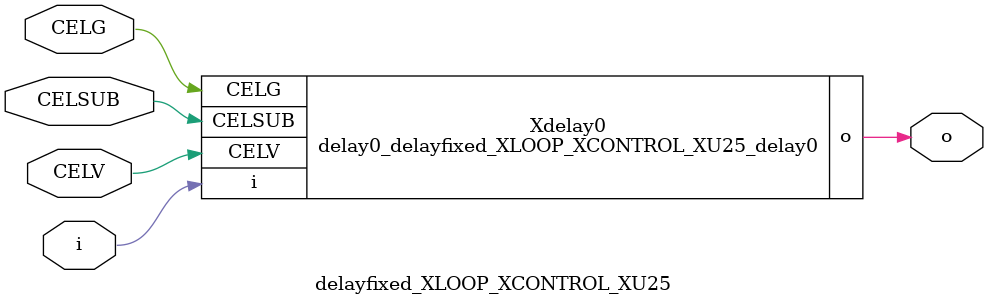
<source format=v>

module delay0_delayfixed_XLOOP_XCONTROL_XU25_delay0 (i, CELV, o,
CELG,CELSUB);
input CELV;
input i;
output o;
input CELSUB;
input CELG;
endmodule


//Celera Confidential Do Not Copy delayfixed_XLOOP_XCONTROL_XU25
//Celera Confidential Symbol Generator
//TYPE:fixed Egde:rise
module delayfixed_XLOOP_XCONTROL_XU25 (CELV,i,o,
CELG,CELSUB);
input CELV;
input i;
output o;
input CELG;
input CELSUB;

//Celera Confidential Do Not Copy delay0_delayfixed_XLOOP_XCONTROL_XU25_delay0
delay0_delayfixed_XLOOP_XCONTROL_XU25_delay0 Xdelay0(
.CELV (CELV),
.i (i),
.o (o),
.CELG (CELG),
.CELSUB (CELSUB)
);
//,diesize,delay0_delayfixed_XLOOP_XCONTROL_XU25_delay0
//Celera Confidential Do Not Copy Module End
//Celera Schematic Generator
endmodule

</source>
